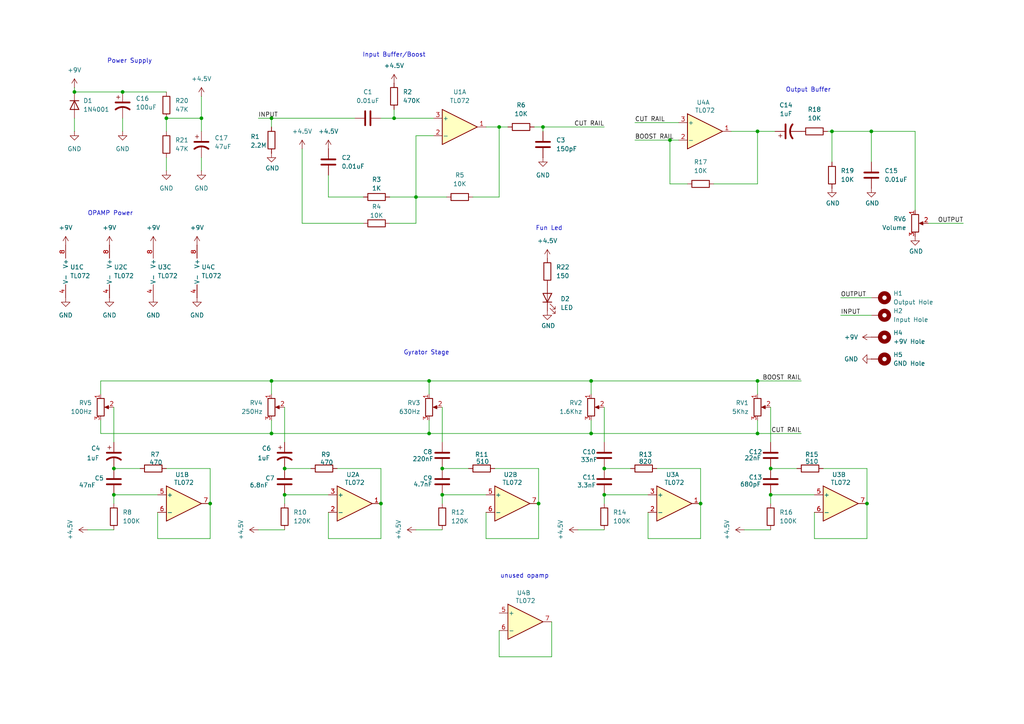
<source format=kicad_sch>
(kicad_sch (version 20231120) (generator "eeschema") (generator_version "8.0")
  (paper "A4")
  (lib_symbols
    (symbol "Amplifier_Operational:TL072" (pin_names (offset 0.127))
      (property "Reference" "U" (at 0 5.08 0))
      (property "Value" "TL072" (at 0 -5.08 0))
      (symbol "TL072_1_1"
        (polyline (pts (xy -5.08 5.08) (xy 5.08 0) (xy -5.08 -5.08) (xy -5.08 5.08)) (stroke (width 0.254)) (fill (type background)))
        (pin output line (at 7.62 0 180) (length 2.54) (name "~") (number "1"))
        (pin input line (at -7.62 -2.54 0) (length 2.54) (name "-") (number "2"))
        (pin input line (at -7.62 2.54 0) (length 2.54) (name "+") (number "3"))
      )
      (symbol "TL072_2_1"
        (polyline (pts (xy -5.08 5.08) (xy 5.08 0) (xy -5.08 -5.08) (xy -5.08 5.08)) (stroke (width 0.254)) (fill (type background)))
        (pin input line (at -7.62 2.54 0) (length 2.54) (name "+") (number "5"))
        (pin input line (at -7.62 -2.54 0) (length 2.54) (name "-") (number "6"))
        (pin output line (at 7.62 0 180) (length 2.54) (name "~") (number "7"))
      )
      (symbol "TL072_3_1"
        (pin power_in line (at -2.54 -7.62 90) (length 3.81) (name "V-") (number "4"))
        (pin power_in line (at -2.54 7.62 270) (length 3.81) (name "V+") (number "8"))
      )
    )
    (symbol "Device:C" (pin_numbers hide) (pin_names (offset 0.254))
      (property "Reference" "C" (at 0.635 2.54 0))
      (property "Value" "C" (at 0.635 -2.54 0))
      (symbol "C_0_1"
        (polyline (pts (xy -2.032 -0.762) (xy 2.032 -0.762)) (stroke (width 0.508)))
        (polyline (pts (xy -2.032 0.762) (xy 2.032 0.762)) (stroke (width 0.508)))
      )
      (symbol "C_1_1"
        (pin passive line (at 0 3.81 270) (length 2.794) (name "~") (number "1"))
        (pin passive line (at 0 -3.81 90) (length 2.794) (name "~") (number "2"))
      )
    )
    (symbol "Device:C_Polarized_US" (pin_numbers hide) (pin_names (offset 0.254) hide)
      (property "Reference" "C" (at 0.635 2.54 0))
      (property "Value" "C_Polarized_US" (at 0.635 -2.54 0))
      (symbol "C_Polarized_US_0_1"
        (polyline (pts (xy -2.032 0.762) (xy 2.032 0.762)) (stroke (width 0.508)))
        (polyline (pts (xy -1.778 2.286) (xy -0.762 2.286)))
        (polyline (pts (xy -1.27 1.778) (xy -1.27 2.794)))
        (arc (start 2.032 -1.27) (mid 0 -0.5572) (end -2.032 -1.27) (stroke (width 0.508)))
      )
      (symbol "C_Polarized_US_1_1"
        (pin passive line (at 0 3.81 270) (length 2.794) (name "~") (number "1"))
        (pin passive line (at 0 -3.81 90) (length 3.302) (name "~") (number "2"))
      )
    )
    (symbol "Device:LED" (pin_numbers hide) (pin_names (offset 1.016) hide)
      (property "Reference" "D" (at 0 2.54 0))
      (property "Value" "LED" (at 0 -2.54 0))
      (symbol "LED_0_1"
        (polyline (pts (xy -1.27 -1.27) (xy -1.27 1.27)) (stroke (width 0.254)))
        (polyline (pts (xy -1.27 0) (xy 1.27 0)))
        (polyline (pts (xy 1.27 -1.27) (xy 1.27 1.27) (xy -1.27 0) (xy 1.27 -1.27)) (stroke (width 0.254)))
        (polyline (pts (xy -3.048 -0.762) (xy -4.572 -2.286) (xy -3.81 -2.286) (xy -4.572 -2.286) (xy -4.572 -1.524)))
        (polyline (pts (xy -1.778 -0.762) (xy -3.302 -2.286) (xy -2.54 -2.286) (xy -3.302 -2.286) (xy -3.302 -1.524)))
      )
      (symbol "LED_1_1"
        (pin passive line (at -3.81 0 0) (length 2.54) (name "K") (number "1"))
        (pin passive line (at 3.81 0 180) (length 2.54) (name "A") (number "2"))
      )
    )
    (symbol "Device:R" (pin_numbers hide) (pin_names (offset 0))
      (property "Reference" "R" (at 2.032 0 90))
      (property "Value" "R" (at 0 0 90))
      (symbol "R_0_1"
        (rectangle (start -1.016 -2.54) (end 1.016 2.54) (stroke (width 0.254)))
      )
      (symbol "R_1_1"
        (pin passive line (at 0 3.81 270) (length 1.27) (name "~") (number "1"))
        (pin passive line (at 0 -3.81 90) (length 1.27) (name "~") (number "2"))
      )
    )
    (symbol "Device:R_Potentiometer" (pin_names (offset 1.016) hide)
      (property "Reference" "RV" (at -4.445 0 90))
      (property "Value" "R_Potentiometer" (at -2.54 0 90))
      (symbol "R_Potentiometer_0_1"
        (polyline (pts (xy 2.54 0) (xy 1.524 0)))
        (polyline (pts (xy 1.143 0) (xy 2.286 0.508) (xy 2.286 -0.508) (xy 1.143 0)) (fill (type outline)))
        (rectangle (start 1.016 2.54) (end -1.016 -2.54) (stroke (width 0.254)))
      )
      (symbol "R_Potentiometer_1_1"
        (pin passive line (at 0 3.81 270) (length 1.27) (name "1") (number "1"))
        (pin passive line (at 3.81 0 180) (length 1.27) (name "2") (number "2"))
        (pin passive line (at 0 -3.81 90) (length 1.27) (name "3") (number "3"))
      )
    )
    (symbol "Diode:1N4001" (pin_numbers hide) (pin_names hide)
      (property "Reference" "D" (at 0 2.54 0))
      (property "Value" "1N4001" (at 0 -2.54 0))
      (symbol "1N4001_0_1"
        (polyline (pts (xy -1.27 1.27) (xy -1.27 -1.27)) (stroke (width 0.254)))
        (polyline (pts (xy 1.27 0) (xy -1.27 0)))
        (polyline (pts (xy 1.27 1.27) (xy 1.27 -1.27) (xy -1.27 0) (xy 1.27 1.27)) (stroke (width 0.254)))
      )
      (symbol "1N4001_1_1"
        (pin passive line (at -3.81 0 0) (length 2.54) (name "K") (number "1"))
        (pin passive line (at 3.81 0 180) (length 2.54) (name "A") (number "2"))
      )
    )
    (symbol "Mechanical:MountingHole_Pad" (pin_numbers hide) (pin_names (offset 1.016) hide) (exclude_from_sim yes) (in_bom no)
      (property "Reference" "H" (at 0 6.35 0))
      (property "Value" "MountingHole_Pad" (at 0 4.445 0))
      (symbol "MountingHole_Pad_0_1"
        (circle (center 0 1.27) (radius 1.27) (stroke (width 1.27)))
      )
      (symbol "MountingHole_Pad_1_1"
        (pin input line (at 0 -2.54 90) (length 2.54) (name "1") (number "1"))
      )
    )
    (symbol "power:GND" (power) (pin_numbers hide) (pin_names (offset 0) hide)
      (property "Value" "GND" (at 0 -3.81 0))
      (symbol "GND_0_1"
        (polyline (pts (xy 0 0) (xy 0 -1.27) (xy 1.27 -1.27) (xy 0 -2.54) (xy -1.27 -1.27) (xy 0 -1.27)))
      )
      (symbol "GND_1_1"
        (pin power_in line (at 0 0 270) (length 0) (name "~") (number "1"))
      )
    )
    (symbol "power:VCC" (power) (pin_numbers hide) (pin_names (offset 0) hide)
      (property "Value" "VCC" (at 0 3.556 0))
      (symbol "VCC_0_1"
        (polyline (pts (xy -0.762 1.27) (xy 0 2.54)))
        (polyline (pts (xy 0 0) (xy 0 2.54)))
        (polyline (pts (xy 0 2.54) (xy 0.762 1.27)))
      )
      (symbol "VCC_1_1"
        (pin power_in line (at 0 0 90) (length 0) (name "~") (number "1"))
      )
    )
  )
  (junction (at 252.73 38.1))
  (junction (at 48.26 34.29))
  (junction (at 171.45 110.49))
  (junction (at 171.45 125.73))
  (junction (at 219.71 110.49))
  (junction (at 156.21 146.05))
  (junction (at 124.46 125.73))
  (junction (at 194.31 40.64))
  (junction (at 241.3 38.1))
  (junction (at 58.42 34.29))
  (junction (at 175.26 143.51))
  (junction (at 78.74 125.73))
  (junction (at 110.49 146.05))
  (junction (at 157.48 36.83))
  (junction (at 124.46 110.49))
  (junction (at 33.02 135.89))
  (junction (at 78.74 34.29))
  (junction (at 223.52 143.51))
  (junction (at 219.71 125.73))
  (junction (at 35.56 26.67))
  (junction (at 175.26 135.89))
  (junction (at 251.46 146.05))
  (junction (at 144.78 36.83))
  (junction (at 82.55 135.89))
  (junction (at 203.2 146.05))
  (junction (at 33.02 143.51))
  (junction (at 60.96 146.05))
  (junction (at 223.52 135.89))
  (junction (at 128.27 143.51))
  (junction (at 21.59 26.67))
  (junction (at 219.71 38.1))
  (junction (at 82.55 143.51))
  (junction (at 114.3 34.29))
  (junction (at 128.27 135.89))
  (junction (at 78.74 110.49))
  (junction (at 120.65 57.15))
  (wire (pts (xy 167.64 153.67) (xy 175.26 153.67)))
  (wire (pts (xy 58.42 34.29) (xy 58.42 38.1)))
  (wire (pts (xy 48.26 34.29) (xy 48.26 38.1)))
  (wire (pts (xy 175.26 143.51) (xy 187.96 143.51)))
  (wire (pts (xy 219.71 121.92) (xy 219.71 125.73)))
  (wire (pts (xy 219.71 110.49) (xy 171.45 110.49)))
  (wire (pts (xy 144.78 36.83) (xy 144.78 57.15)))
  (wire (pts (xy 160.02 180.34) (xy 160.02 190.5)))
  (wire (pts (xy 82.55 118.11) (xy 82.55 128.27)))
  (wire (pts (xy 110.49 34.29) (xy 114.3 34.29)))
  (wire (pts (xy 236.22 156.21) (xy 251.46 156.21)))
  (wire (pts (xy 124.46 110.49) (xy 124.46 114.3)))
  (wire (pts (xy 74.93 153.67) (xy 82.55 153.67)))
  (wire (pts (xy 243.84 91.44) (xy 252.73 91.44)))
  (wire (pts (xy 241.3 38.1) (xy 252.73 38.1)))
  (wire (pts (xy 78.74 121.92) (xy 78.74 125.73)))
  (wire (pts (xy 33.02 135.89) (xy 40.64 135.89)))
  (wire (pts (xy 97.79 135.89) (xy 110.49 135.89)))
  (wire (pts (xy 219.71 38.1) (xy 219.71 53.34)))
  (wire (pts (xy 223.52 143.51) (xy 236.22 143.51)))
  (wire (pts (xy 232.41 110.49) (xy 219.71 110.49)))
  (wire (pts (xy 58.42 27.94) (xy 58.42 34.29)))
  (wire (pts (xy 95.25 148.59) (xy 95.25 156.21)))
  (wire (pts (xy 29.21 121.92) (xy 29.21 125.73)))
  (wire (pts (xy 21.59 25.4) (xy 21.59 26.67)))
  (wire (pts (xy 144.78 190.5) (xy 160.02 190.5)))
  (wire (pts (xy 175.26 118.11) (xy 175.26 128.27)))
  (wire (pts (xy 113.03 57.15) (xy 120.65 57.15)))
  (wire (pts (xy 45.72 156.21) (xy 60.96 156.21)))
  (wire (pts (xy 48.26 45.72) (xy 48.26 49.53)))
  (wire (pts (xy 33.02 118.11) (xy 33.02 128.27)))
  (wire (pts (xy 120.65 57.15) (xy 129.54 57.15)))
  (wire (pts (xy 82.55 143.51) (xy 95.25 143.51)))
  (wire (pts (xy 78.74 110.49) (xy 29.21 110.49)))
  (wire (pts (xy 110.49 146.05) (xy 110.49 156.21)))
  (wire (pts (xy 125.73 34.29) (xy 114.3 34.29)))
  (wire (pts (xy 78.74 125.73) (xy 124.46 125.73)))
  (wire (pts (xy 171.45 110.49) (xy 124.46 110.49)))
  (wire (pts (xy 124.46 121.92) (xy 124.46 125.73)))
  (wire (pts (xy 207.01 53.34) (xy 219.71 53.34)))
  (wire (pts (xy 156.21 146.05) (xy 156.21 156.21)))
  (wire (pts (xy 95.25 57.15) (xy 105.41 57.15)))
  (wire (pts (xy 187.96 156.21) (xy 203.2 156.21)))
  (wire (pts (xy 187.96 148.59) (xy 187.96 156.21)))
  (wire (pts (xy 171.45 125.73) (xy 219.71 125.73)))
  (wire (pts (xy 269.24 64.77) (xy 279.4 64.77)))
  (wire (pts (xy 82.55 135.89) (xy 90.17 135.89)))
  (wire (pts (xy 171.45 121.92) (xy 171.45 125.73)))
  (wire (pts (xy 87.63 43.18) (xy 87.63 64.77)))
  (wire (pts (xy 140.97 148.59) (xy 140.97 156.21)))
  (wire (pts (xy 223.52 118.11) (xy 223.52 128.27)))
  (wire (pts (xy 223.52 135.89) (xy 231.14 135.89)))
  (wire (pts (xy 140.97 156.21) (xy 156.21 156.21)))
  (wire (pts (xy 78.74 34.29) (xy 78.74 36.83)))
  (wire (pts (xy 203.2 146.05) (xy 203.2 156.21)))
  (wire (pts (xy 82.55 146.05) (xy 82.55 143.51)))
  (wire (pts (xy 194.31 40.64) (xy 196.85 40.64)))
  (wire (pts (xy 212.09 38.1) (xy 219.71 38.1)))
  (wire (pts (xy 120.65 39.37) (xy 120.65 57.15)))
  (wire (pts (xy 128.27 135.89) (xy 135.89 135.89)))
  (wire (pts (xy 78.74 110.49) (xy 78.74 114.3)))
  (wire (pts (xy 203.2 135.89) (xy 203.2 146.05)))
  (wire (pts (xy 33.02 146.05) (xy 33.02 143.51)))
  (wire (pts (xy 35.56 34.29) (xy 35.56 38.1)))
  (wire (pts (xy 60.96 146.05) (xy 60.96 156.21)))
  (wire (pts (xy 199.39 53.34) (xy 194.31 53.34)))
  (wire (pts (xy 21.59 26.67) (xy 35.56 26.67)))
  (wire (pts (xy 241.3 38.1) (xy 241.3 46.99)))
  (wire (pts (xy 184.15 35.56) (xy 196.85 35.56)))
  (wire (pts (xy 114.3 31.75) (xy 114.3 34.29)))
  (wire (pts (xy 95.25 156.21) (xy 110.49 156.21)))
  (wire (pts (xy 252.73 38.1) (xy 252.73 46.99)))
  (wire (pts (xy 29.21 125.73) (xy 78.74 125.73)))
  (wire (pts (xy 33.02 143.51) (xy 45.72 143.51)))
  (wire (pts (xy 154.94 36.83) (xy 157.48 36.83)))
  (wire (pts (xy 128.27 143.51) (xy 140.97 143.51)))
  (wire (pts (xy 232.41 125.73) (xy 219.71 125.73)))
  (wire (pts (xy 128.27 146.05) (xy 128.27 143.51)))
  (wire (pts (xy 157.48 36.83) (xy 175.26 36.83)))
  (wire (pts (xy 124.46 110.49) (xy 78.74 110.49)))
  (wire (pts (xy 29.21 110.49) (xy 29.21 114.3)))
  (wire (pts (xy 58.42 45.72) (xy 58.42 49.53)))
  (wire (pts (xy 223.52 146.05) (xy 223.52 143.51)))
  (wire (pts (xy 60.96 135.89) (xy 60.96 146.05)))
  (wire (pts (xy 124.46 125.73) (xy 171.45 125.73)))
  (wire (pts (xy 219.71 38.1) (xy 224.79 38.1)))
  (wire (pts (xy 236.22 148.59) (xy 236.22 156.21)))
  (wire (pts (xy 95.25 50.8) (xy 95.25 57.15)))
  (wire (pts (xy 125.73 39.37) (xy 120.65 39.37)))
  (wire (pts (xy 144.78 36.83) (xy 147.32 36.83)))
  (wire (pts (xy 74.93 34.29) (xy 78.74 34.29)))
  (wire (pts (xy 251.46 135.89) (xy 251.46 146.05)))
  (wire (pts (xy 219.71 110.49) (xy 219.71 114.3)))
  (wire (pts (xy 25.4 153.67) (xy 33.02 153.67)))
  (wire (pts (xy 87.63 64.77) (xy 105.41 64.77)))
  (wire (pts (xy 194.31 40.64) (xy 194.31 53.34)))
  (wire (pts (xy 140.97 36.83) (xy 144.78 36.83)))
  (wire (pts (xy 171.45 110.49) (xy 171.45 114.3)))
  (wire (pts (xy 137.16 57.15) (xy 144.78 57.15)))
  (wire (pts (xy 175.26 135.89) (xy 182.88 135.89)))
  (wire (pts (xy 184.15 40.64) (xy 194.31 40.64)))
  (wire (pts (xy 120.65 57.15) (xy 120.65 64.77)))
  (wire (pts (xy 252.73 38.1) (xy 265.43 38.1)))
  (wire (pts (xy 143.51 135.89) (xy 156.21 135.89)))
  (wire (pts (xy 78.74 34.29) (xy 102.87 34.29)))
  (wire (pts (xy 157.48 36.83) (xy 157.48 38.1)))
  (wire (pts (xy 265.43 38.1) (xy 265.43 60.96)))
  (wire (pts (xy 120.65 153.67) (xy 128.27 153.67)))
  (wire (pts (xy 45.72 148.59) (xy 45.72 156.21)))
  (wire (pts (xy 252.73 86.36) (xy 243.84 86.36)))
  (wire (pts (xy 48.26 135.89) (xy 60.96 135.89)))
  (wire (pts (xy 35.56 26.67) (xy 48.26 26.67)))
  (wire (pts (xy 215.9 153.67) (xy 223.52 153.67)))
  (wire (pts (xy 190.5 135.89) (xy 203.2 135.89)))
  (wire (pts (xy 251.46 146.05) (xy 251.46 156.21)))
  (wire (pts (xy 113.03 64.77) (xy 120.65 64.77)))
  (wire (pts (xy 110.49 135.89) (xy 110.49 146.05)))
  (wire (pts (xy 21.59 34.29) (xy 21.59 38.1)))
  (wire (pts (xy 128.27 118.11) (xy 128.27 128.27)))
  (wire (pts (xy 156.21 135.89) (xy 156.21 146.05)))
  (wire (pts (xy 175.26 146.05) (xy 175.26 143.51)))
  (wire (pts (xy 240.03 38.1) (xy 241.3 38.1)))
  (wire (pts (xy 144.78 182.88) (xy 144.78 190.5)))
  (wire (pts (xy 48.26 34.29) (xy 58.42 34.29)))
  (wire (pts (xy 238.76 135.89) (xy 251.46 135.89)))
  (text "Input Buffer/Boost\n" (at 114.3 16.002 0) (effects (font (size 1.27 1.27))))
  (text "Gyrator Stage" (at 123.698 102.362 0) (effects (font (size 1.27 1.27))))
  (text "Power Supply\n" (at 37.592 17.78 0) (effects (font (size 1.27 1.27))))
  (text "Output Buffer" (at 234.442 26.162 0) (effects (font (size 1.27 1.27))))
  (text "OPAMP Power" (at 32.004 61.976 0) (effects (font (size 1.27 1.27))))
  (text "unused opamp\n" (at 152.146 167.132 0) (effects (font (size 1.27 1.27))))
  (text "Fun Led\n" (at 159.258 66.294 0) (effects (font (size 1.27 1.27))))
  (label "INPUT" (at 243.84 91.44 0))
  (label "CUT RAIL" (at 232.41 125.73 180))
  (label "BOOST RAIL" (at 184.15 40.64 0))
  (label "OUTPUT" (at 243.84 86.36 0))
  (label "INPUT" (at 74.93 34.29 0))
  (label "BOOST RAIL" (at 232.41 110.49 180))
  (label "CUT RAIL" (at 184.15 35.56 0))
  (label "CUT RAIL" (at 175.26 36.83 180))
  (label "OUTPUT" (at 279.4 64.77 180))
  (symbol (lib_id "Amplifier_Operational:TL072") (at 102.87 146.05 0) (unit 1)
    (property "Reference" "U2" (at 102.362 137.668 0))
    (property "Value" "TL072" (at 102.87 139.954 0))
    (property "Footprint" "TL072ACP:DIP794W45P254L959H508Q8" (effects (hide yes)))
    (property "Datasheet" "http://www.ti.com/lit/ds/symlink/tl071.pdf" (effects (hide yes)))
    (property "Description" "Dual Low-Noise JFET-Input Operational Amplifiers, DIP-8/SOIC-8" (effects (hide yes)))
    (property "Sim.Library" "C:\\Users\\noahs\\OneDrive\\Desktop\\footprints\\sloj067\\TL072.301" (effects (hide yes)))
    (property "Sim.Name" "TL072" (effects (hide yes)))
    (property "Sim.Device" "SUBCKT" (effects (hide yes)))
    (property "Sim.Pins" "1=1 2=2 3=3 4=4 5=5" (effects (hide yes)))
  )
  (symbol (lib_id "Device:C") (at 252.73 50.8 0) (unit 1)
    (property "Reference" "C15" (at 256.54 49.5299 0) (effects (justify left)))
    (property "Value" "0.01uF" (at 256.54 52.0699 0) (effects (justify left)))
    (property "Footprint" "Capacitor_THT:C_Rect_L13.0mm_W5.0mm_P10.00mm_FKS3_FKP3_MKS4" (effects (hide yes)))
    (property "Description" "Unpolarized capacitor" (effects (hide yes)))
  )
  (symbol (lib_id "Device:R") (at 175.26 149.86 0) (unit 1)
    (property "Reference" "R14" (at 177.8 148.5899 0) (effects (justify left)))
    (property "Value" "100K" (at 177.8 151.1299 0) (effects (justify left)))
    (property "Footprint" "Resistor_THT:R_Axial_DIN0207_L6.3mm_D2.5mm_P7.62mm_Horizontal" (effects (hide yes)))
    (property "Description" "Resistor" (effects (hide yes)))
  )
  (symbol (lib_id "Device:C") (at 175.26 132.08 0) (unit 1)
    (property "Reference" "C10" (at 168.91 131.064 0) (effects (justify left)))
    (property "Value" "33nF" (at 168.402 133.35 0) (effects (justify left)))
    (property "Footprint" "Capacitor_THT:C_Rect_L18.0mm_W9.0mm_P15.00mm_FKS3_FKP3" (effects (hide yes)))
    (property "Description" "Unpolarized capacitor" (effects (hide yes)))
  )
  (symbol (lib_id "Device:C_Polarized_US") (at 58.42 41.91 0) (unit 1)
    (property "Reference" "C17" (at 62.23 40.0049 0) (effects (justify left)))
    (property "Value" "47uF" (at 62.23 42.5449 0) (effects (justify left)))
    (property "Footprint" "Capacitor_THT:CP_Radial_D5.0mm_P2.00mm" (effects (hide yes)))
    (property "Description" "Polarized capacitor, US symbol" (effects (hide yes)))
  )
  (symbol (lib_id "power:VCC") (at 19.05 71.12 0) (unit 1)
    (property "Reference" "#PWR010" (effects (hide yes)))
    (property "Value" "+9V" (at 19.05 66.04 0))
    (property "Description" "Power symbol creates a global label with name \"VCC\"" (effects (hide yes)))
  )
  (symbol (lib_id "Device:R_Potentiometer") (at 219.71 118.11 0) (unit 1)
    (property "Reference" "RV1" (at 217.17 116.8399 0) (effects (justify right)))
    (property "Value" "5Khz" (at 217.17 119.3799 0) (effects (justify right)))
    (property "Footprint" "Potentiometer_THT:Potentiometer_Omeg_PC16BU_Vertical" (effects (hide yes)))
    (property "Description" "Potentiometer" (effects (hide yes)))
  )
  (symbol (lib_id "Mechanical:MountingHole_Pad") (at 255.27 91.44 270) (unit 1) (exclude_from_sim yes) (in_bom no)
    (property "Reference" "H2" (at 259.08 90.1699 90) (effects (justify left)))
    (property "Value" "Input Hole" (at 259.08 92.7099 90) (effects (justify left)))
    (property "Footprint" "MountingHole:MountingHole_5.5mm_Pad" (effects (hide yes)))
    (property "Description" "Mounting Hole with connection" (effects (hide yes)))
  )
  (symbol (lib_id "Device:R") (at 114.3 27.94 180) (unit 1)
    (property "Reference" "R2" (at 116.84 26.6699 0) (effects (justify right)))
    (property "Value" "470K" (at 116.84 29.2099 0) (effects (justify right)))
    (property "Footprint" "Resistor_THT:R_Axial_DIN0207_L6.3mm_D2.5mm_P7.62mm_Horizontal" (effects (hide yes)))
    (property "Description" "Resistor" (effects (hide yes)))
  )
  (symbol (lib_id "Device:C_Polarized_US") (at 82.55 132.08 0) (unit 1)
    (property "Reference" "C6" (at 75.946 130.048 0) (effects (justify left)))
    (property "Value" "1uF" (at 74.676 132.842 0) (effects (justify left)))
    (property "Footprint" "Capacitor_THT:C_Radial_D4.0mm_H7.0mm_P1.50mm" (effects (hide yes)))
    (property "Description" "Polarized capacitor, US symbol" (effects (hide yes)))
  )
  (symbol (lib_id "Device:R") (at 48.26 30.48 0) (unit 1)
    (property "Reference" "R20" (at 50.8 29.2099 0) (effects (justify left)))
    (property "Value" "47K" (at 50.8 31.7499 0) (effects (justify left)))
    (property "Footprint" "Resistor_THT:R_Axial_DIN0207_L6.3mm_D2.5mm_P7.62mm_Horizontal" (effects (hide yes)))
    (property "Description" "Resistor" (effects (hide yes)))
  )
  (symbol (lib_id "Device:C") (at 95.25 46.99 0) (unit 1)
    (property "Reference" "C2" (at 99.06 45.7199 0) (effects (justify left)))
    (property "Value" "0.01uF" (at 99.06 48.2599 0) (effects (justify left)))
    (property "Footprint" "Capacitor_THT:C_Rect_L7.2mm_W3.5mm_P5.00mm_FKS2_FKP2_MKS2_MKP2" (effects (hide yes)))
    (property "Description" "Unpolarized capacitor" (effects (hide yes)))
  )
  (symbol (lib_id "Device:R_Potentiometer") (at 29.21 118.11 0) (unit 1)
    (property "Reference" "RV5" (at 26.67 116.8399 0) (effects (justify right)))
    (property "Value" "100Hz" (at 26.67 119.3799 0) (effects (justify right)))
    (property "Footprint" "Potentiometer_THT:Potentiometer_Omeg_PC16BU_Vertical" (effects (hide yes)))
    (property "Description" "Potentiometer" (effects (hide yes)))
  )
  (symbol (lib_id "Amplifier_Operational:TL072") (at 46.99 78.74 0) (unit 3)
    (property "Reference" "U3" (at 45.72 77.4699 0) (effects (justify left)))
    (property "Value" "TL072" (at 45.72 80.0099 0) (effects (justify left)))
    (property "Footprint" "TL072ACP:DIP794W45P254L959H508Q8" (effects (hide yes)))
    (property "Datasheet" "http://www.ti.com/lit/ds/symlink/tl071.pdf" (effects (hide yes)))
    (property "Description" "Dual Low-Noise JFET-Input Operational Amplifiers, DIP-8/SOIC-8" (effects (hide yes)))
    (property "Sim.Library" "C:\\Users\\noahs\\OneDrive\\Desktop\\footprints\\sloj067\\TL072.301" (effects (hide yes)))
    (property "Sim.Name" "TL072" (effects (hide yes)))
    (property "Sim.Device" "SUBCKT" (effects (hide yes)))
    (property "Sim.Pins" "1=1 2=2 3=3 4=4 5=5" (effects (hide yes)))
  )
  (symbol (lib_id "Device:C") (at 223.52 139.7 0) (unit 1)
    (property "Reference" "C13" (at 217.17 138.43 0) (effects (justify left)))
    (property "Value" "680pF" (at 214.63 140.462 0) (effects (justify left)))
    (property "Footprint" "Capacitor_THT:C_Disc_D16.0mm_W5.0mm_P10.00mm" (effects (hide yes)))
    (property "Description" "Unpolarized capacitor" (effects (hide yes)))
  )
  (symbol (lib_id "Device:R") (at 151.13 36.83 90) (unit 1)
    (property "Reference" "R6" (at 151.13 30.48 90))
    (property "Value" "10K" (at 151.13 33.02 90))
    (property "Footprint" "Resistor_THT:R_Axial_DIN0207_L6.3mm_D2.5mm_P7.62mm_Horizontal" (effects (hide yes)))
    (property "Description" "Resistor" (effects (hide yes)))
  )
  (symbol (lib_id "Device:R") (at 44.45 135.89 90) (unit 1)
    (property "Reference" "R7" (at 44.958 131.826 90))
    (property "Value" "470" (at 45.212 134.112 90))
    (property "Footprint" "Resistor_THT:R_Axial_DIN0207_L6.3mm_D2.5mm_P7.62mm_Horizontal" (effects (hide yes)))
    (property "Description" "Resistor" (effects (hide yes)))
  )
  (symbol (lib_id "power:GND") (at 31.75 86.36 0) (unit 1)
    (property "Reference" "#PWR017" (effects (hide yes)))
    (property "Value" "GND" (at 31.75 91.44 0))
    (property "Description" "Power symbol creates a global label with name \"GND\" , ground" (effects (hide yes)))
  )
  (symbol (lib_id "power:VCC") (at 215.9 153.67 90) (unit 1)
    (property "Reference" "#PWR024" (effects (hide yes)))
    (property "Value" "+4.5V" (at 210.82 153.67 0))
    (property "Description" "Power symbol creates a global label with name \"VCC\"" (effects (hide yes)))
  )
  (symbol (lib_id "power:VCC") (at 120.65 153.67 90) (unit 1)
    (property "Reference" "#PWR022" (effects (hide yes)))
    (property "Value" "+4.5V" (at 115.57 153.67 0))
    (property "Description" "Power symbol creates a global label with name \"VCC\"" (effects (hide yes)))
  )
  (symbol (lib_id "power:VCC") (at 44.45 71.12 0) (unit 1)
    (property "Reference" "#PWR018" (effects (hide yes)))
    (property "Value" "+9V" (at 44.45 66.04 0))
    (property "Description" "Power symbol creates a global label with name \"VCC\"" (effects (hide yes)))
  )
  (symbol (lib_id "Device:R") (at 241.3 50.8 180) (unit 1)
    (property "Reference" "R19" (at 243.84 49.5299 0) (effects (justify right)))
    (property "Value" "10K" (at 243.84 52.0699 0) (effects (justify right)))
    (property "Footprint" "Resistor_THT:R_Axial_DIN0207_L6.3mm_D2.5mm_P7.62mm_Horizontal" (effects (hide yes)))
    (property "Description" "Resistor" (effects (hide yes)))
  )
  (symbol (lib_id "Amplifier_Operational:TL072") (at 204.47 38.1 0) (unit 1)
    (property "Reference" "U4" (at 203.962 29.718 0))
    (property "Value" "TL072" (at 204.47 32.004 0))
    (property "Footprint" "TL072ACP:DIP794W45P254L959H508Q8" (effects (hide yes)))
    (property "Datasheet" "http://www.ti.com/lit/ds/symlink/tl071.pdf" (effects (hide yes)))
    (property "Description" "Dual Low-Noise JFET-Input Operational Amplifiers, DIP-8/SOIC-8" (effects (hide yes)))
    (property "Sim.Library" "C:\\Users\\noahs\\OneDrive\\Desktop\\footprints\\sloj067\\TL072.301" (effects (hide yes)))
    (property "Sim.Name" "TL072" (effects (hide yes)))
    (property "Sim.Device" "SUBCKT" (effects (hide yes)))
    (property "Sim.Pins" "1=1 2=2 3=3 4=4 5=5" (effects (hide yes)))
  )
  (symbol (lib_id "power:VCC") (at 21.59 25.4 0) (unit 1)
    (property "Reference" "#PWR01" (effects (hide yes)))
    (property "Value" "+9V" (at 21.59 20.32 0))
    (property "Description" "Power symbol creates a global label with name \"VCC\"" (effects (hide yes)))
  )
  (symbol (lib_id "Device:R") (at 48.26 41.91 0) (unit 1)
    (property "Reference" "R21" (at 50.8 40.6399 0) (effects (justify left)))
    (property "Value" "47K" (at 50.8 43.1799 0) (effects (justify left)))
    (property "Footprint" "Resistor_THT:R_Axial_DIN0207_L6.3mm_D2.5mm_P7.62mm_Horizontal" (effects (hide yes)))
    (property "Description" "Resistor" (effects (hide yes)))
  )
  (symbol (lib_id "power:VCC") (at 167.64 153.67 90) (unit 1)
    (property "Reference" "#PWR023" (effects (hide yes)))
    (property "Value" "+4.5V" (at 162.56 153.67 0))
    (property "Description" "Power symbol creates a global label with name \"VCC\"" (effects (hide yes)))
  )
  (symbol (lib_id "Device:R") (at 78.74 40.64 180) (unit 1)
    (property "Reference" "R1" (at 72.644 39.624 0) (effects (justify right)))
    (property "Value" "2.2M" (at 72.644 42.164 0) (effects (justify right)))
    (property "Footprint" "Resistor_THT:R_Axial_DIN0207_L6.3mm_D2.5mm_P7.62mm_Horizontal" (effects (hide yes)))
    (property "Description" "Resistor" (effects (hide yes)))
  )
  (symbol (lib_id "Device:C") (at 128.27 132.08 0) (unit 1)
    (property "Reference" "C8" (at 122.682 131.064 0) (effects (justify left)))
    (property "Value" "220nF" (at 119.634 133.096 0) (effects (justify left)))
    (property "Footprint" "Capacitor_THT:C_Rect_L9.0mm_W3.2mm_P7.50mm_MKT" (effects (hide yes)))
    (property "Description" "Unpolarized capacitor" (effects (hide yes)))
  )
  (symbol (lib_id "Device:R") (at 223.52 149.86 0) (unit 1)
    (property "Reference" "R16" (at 226.06 148.5899 0) (effects (justify left)))
    (property "Value" "100K" (at 226.06 151.1299 0) (effects (justify left)))
    (property "Footprint" "Resistor_THT:R_Axial_DIN0207_L6.3mm_D2.5mm_P7.62mm_Horizontal" (effects (hide yes)))
    (property "Description" "Resistor" (effects (hide yes)))
  )
  (symbol (lib_id "power:GND") (at 19.05 86.36 0) (unit 1)
    (property "Reference" "#PWR011" (effects (hide yes)))
    (property "Value" "GND" (at 19.05 91.44 0))
    (property "Description" "Power symbol creates a global label with name \"GND\" , ground" (effects (hide yes)))
  )
  (symbol (lib_id "Device:R") (at 109.22 57.15 90) (unit 1)
    (property "Reference" "R3" (at 109.22 52.07 90))
    (property "Value" "1K" (at 109.22 54.61 90))
    (property "Footprint" "Resistor_THT:R_Axial_DIN0309_L9.0mm_D3.2mm_P12.70mm_Horizontal" (effects (hide yes)))
    (property "Description" "Resistor" (effects (hide yes)))
  )
  (symbol (lib_id "Device:LED") (at 158.75 86.36 90) (unit 1)
    (property "Reference" "D2" (at 162.56 86.6774 90) (effects (justify right)))
    (property "Value" "LED" (at 162.56 89.2174 90) (effects (justify right)))
    (property "Footprint" "LED_THT:LED_D4.0mm" (effects (hide yes)))
    (property "Description" "Light emitting diode" (effects (hide yes)))
  )
  (symbol (lib_id "Amplifier_Operational:TL072") (at 195.58 146.05 0) (unit 1)
    (property "Reference" "U3" (at 195.072 137.668 0))
    (property "Value" "TL072" (at 195.58 139.954 0))
    (property "Footprint" "TL072ACP:DIP794W45P254L959H508Q8" (effects (hide yes)))
    (property "Datasheet" "http://www.ti.com/lit/ds/symlink/tl071.pdf" (effects (hide yes)))
    (property "Description" "Dual Low-Noise JFET-Input Operational Amplifiers, DIP-8/SOIC-8" (effects (hide yes)))
    (property "Sim.Library" "C:\\Users\\noahs\\OneDrive\\Desktop\\footprints\\sloj067\\TL072.301" (effects (hide yes)))
    (property "Sim.Name" "TL072" (effects (hide yes)))
    (property "Sim.Device" "SUBCKT" (effects (hide yes)))
    (property "Sim.Pins" "1=1 2=2 3=3 4=4 5=5" (effects (hide yes)))
  )
  (symbol (lib_id "Mechanical:MountingHole_Pad") (at 255.27 86.36 270) (unit 1) (exclude_from_sim yes) (in_bom no)
    (property "Reference" "H1" (at 259.08 85.0899 90) (effects (justify left)))
    (property "Value" "Output Hole" (at 259.08 87.6299 90) (effects (justify left)))
    (property "Footprint" "MountingHole:MountingHole_5.5mm_Pad" (effects (hide yes)))
    (property "Description" "Mounting Hole with connection" (effects (hide yes)))
  )
  (symbol (lib_id "Device:R") (at 158.75 78.74 180) (unit 1)
    (property "Reference" "R22" (at 161.29 77.4699 0) (effects (justify right)))
    (property "Value" "150" (at 161.29 80.0099 0) (effects (justify right)))
    (property "Footprint" "Resistor_THT:R_Axial_DIN0207_L6.3mm_D2.5mm_P7.62mm_Horizontal" (effects (hide yes)))
    (property "Description" "Resistor" (effects (hide yes)))
  )
  (symbol (lib_id "Device:R") (at 33.02 149.86 0) (unit 1)
    (property "Reference" "R8" (at 35.56 148.5899 0) (effects (justify left)))
    (property "Value" "100K" (at 35.56 151.1299 0) (effects (justify left)))
    (property "Footprint" "Resistor_THT:R_Axial_DIN0207_L6.3mm_D2.5mm_P7.62mm_Horizontal" (effects (hide yes)))
    (property "Description" "Resistor" (effects (hide yes)))
  )
  (symbol (lib_id "Device:R") (at 109.22 64.77 90) (unit 1)
    (property "Reference" "R4" (at 109.22 59.944 90))
    (property "Value" "10K" (at 109.22 62.484 90))
    (property "Footprint" "Resistor_THT:R_Axial_DIN0207_L6.3mm_D2.5mm_P7.62mm_Horizontal" (effects (hide yes)))
    (property "Description" "Resistor" (effects (hide yes)))
  )
  (symbol (lib_id "power:VCC") (at 95.25 43.18 0) (unit 1)
    (property "Reference" "#PWR08" (effects (hide yes)))
    (property "Value" "+4.5V" (at 95.25 38.1 0))
    (property "Description" "Power symbol creates a global label with name \"VCC\"" (effects (hide yes)))
  )
  (symbol (lib_id "power:GND") (at 35.56 38.1 0) (unit 1)
    (property "Reference" "#PWR03" (effects (hide yes)))
    (property "Value" "GND" (at 35.56 43.18 0))
    (property "Description" "Power symbol creates a global label with name \"GND\" , ground" (effects (hide yes)))
  )
  (symbol (lib_id "Device:R_Potentiometer") (at 78.74 118.11 0) (unit 1)
    (property "Reference" "RV4" (at 76.2 116.8399 0) (effects (justify right)))
    (property "Value" "250Hz" (at 76.2 119.3799 0) (effects (justify right)))
    (property "Footprint" "Potentiometer_THT:Potentiometer_Omeg_PC16BU_Vertical" (effects (hide yes)))
    (property "Description" "Potentiometer" (effects (hide yes)))
  )
  (symbol (lib_id "Device:R") (at 93.98 135.89 90) (unit 1)
    (property "Reference" "R9" (at 94.488 131.826 90))
    (property "Value" "470" (at 94.742 134.112 90))
    (property "Footprint" "Resistor_THT:R_Axial_DIN0207_L6.3mm_D2.5mm_P7.62mm_Horizontal" (effects (hide yes)))
    (property "Description" "Resistor" (effects (hide yes)))
  )
  (symbol (lib_id "power:GND") (at 21.59 38.1 0) (unit 1)
    (property "Reference" "#PWR02" (effects (hide yes)))
    (property "Value" "GND" (at 21.59 43.18 0))
    (property "Description" "Power symbol creates a global label with name \"GND\" , ground" (effects (hide yes)))
  )
  (symbol (lib_id "Device:C") (at 157.48 41.91 0) (unit 1)
    (property "Reference" "C3" (at 161.29 40.6399 0) (effects (justify left)))
    (property "Value" "150pF" (at 161.29 43.1799 0) (effects (justify left)))
    (property "Footprint" "Capacitor_THT:C_Rect_L7.2mm_W5.5mm_P5.00mm_FKS2_FKP2_MKS2_MKP2" (effects (hide yes)))
    (property "Description" "Unpolarized capacitor" (effects (hide yes)))
  )
  (symbol (lib_id "Device:C") (at 223.52 132.08 0) (unit 1)
    (property "Reference" "C12" (at 217.17 131.064 0) (effects (justify left)))
    (property "Value" "22nF" (at 215.9 132.842 0) (effects (justify left)))
    (property "Footprint" "Capacitor_THT:C_Rect_L13.0mm_W5.0mm_P10.00mm_FKS3_FKP3_MKS4" (effects (hide yes)))
    (property "Description" "Unpolarized capacitor" (effects (hide yes)))
  )
  (symbol (lib_id "power:GND") (at 158.75 90.17 0) (unit 1)
    (property "Reference" "#PWR032" (effects (hide yes)))
    (property "Value" "GND" (at 159.004 94.488 0))
    (property "Description" "Power symbol creates a global label with name \"GND\" , ground" (effects (hide yes)))
  )
  (symbol (lib_id "Amplifier_Operational:TL072") (at 53.34 146.05 0) (unit 2)
    (property "Reference" "U1" (at 52.832 137.668 0))
    (property "Value" "TL072" (at 53.34 139.954 0))
    (property "Footprint" "TL072ACP:DIP794W45P254L959H508Q8" (effects (hide yes)))
    (property "Datasheet" "http://www.ti.com/lit/ds/symlink/tl071.pdf" (effects (hide yes)))
    (property "Description" "Dual Low-Noise JFET-Input Operational Amplifiers, DIP-8/SOIC-8" (effects (hide yes)))
    (property "Sim.Library" "C:\\Users\\noahs\\OneDrive\\Desktop\\footprints\\sloj067\\TL072.301" (effects (hide yes)))
    (property "Sim.Name" "TL072" (effects (hide yes)))
    (property "Sim.Device" "SUBCKT" (effects (hide yes)))
    (property "Sim.Pins" "1=1 2=2 3=3 4=4 5=5" (effects (hide yes)))
  )
  (symbol (lib_id "power:VCC") (at 58.42 27.94 0) (unit 1)
    (property "Reference" "#PWR06" (effects (hide yes)))
    (property "Value" "+4.5V" (at 58.42 22.86 0))
    (property "Description" "Power symbol creates a global label with name \"VCC\"" (effects (hide yes)))
  )
  (symbol (lib_id "Device:R") (at 236.22 38.1 90) (unit 1)
    (property "Reference" "R18" (at 236.22 31.75 90))
    (property "Value" "10K" (at 236.22 34.29 90))
    (property "Footprint" "Resistor_THT:R_Axial_DIN0207_L6.3mm_D2.5mm_P7.62mm_Horizontal" (effects (hide yes)))
    (property "Description" "Resistor" (effects (hide yes)))
  )
  (symbol (lib_id "Device:C") (at 128.27 139.7 0) (unit 1)
    (property "Reference" "C9" (at 122.682 138.684 0) (effects (justify left)))
    (property "Value" "4.7nF" (at 119.888 140.462 0) (effects (justify left)))
    (property "Footprint" "Capacitor_THT:C_Rect_L7.0mm_W2.5mm_P5.00mm" (effects (hide yes)))
    (property "Description" "Unpolarized capacitor" (effects (hide yes)))
  )
  (symbol (lib_id "Device:R") (at 133.35 57.15 90) (unit 1)
    (property "Reference" "R5" (at 133.35 50.8 90))
    (property "Value" "10K" (at 133.35 53.34 90))
    (property "Footprint" "Resistor_THT:R_Axial_DIN0207_L6.3mm_D2.5mm_P7.62mm_Horizontal" (effects (hide yes)))
    (property "Description" "Resistor" (effects (hide yes)))
  )
  (symbol (lib_id "Amplifier_Operational:TL072") (at 133.35 36.83 0) (unit 1)
    (property "Reference" "U1" (at 133.35 26.67 0))
    (property "Value" "TL072" (at 133.35 29.21 0))
    (property "Footprint" "TL072ACP:DIP794W45P254L959H508Q8" (effects (hide yes)))
    (property "Datasheet" "http://www.ti.com/lit/ds/symlink/tl071.pdf" (effects (hide yes)))
    (property "Description" "Dual Low-Noise JFET-Input Operational Amplifiers, DIP-8/SOIC-8" (effects (hide yes)))
    (property "Sim.Library" "C:\\Users\\noahs\\OneDrive\\Desktop\\footprints\\sloj067\\TL072.301" (effects (hide yes)))
    (property "Sim.Name" "TL072" (effects (hide yes)))
    (property "Sim.Device" "SUBCKT" (effects (hide yes)))
    (property "Sim.Pins" "1=1 2=2 3=3 4=4 5=5" (effects (hide yes)))
  )
  (symbol (lib_id "Device:C_Polarized_US") (at 33.02 132.08 0) (unit 1)
    (property "Reference" "C4" (at 26.416 130.048 0) (effects (justify left)))
    (property "Value" "1uF" (at 25.146 132.842 0) (effects (justify left)))
    (property "Footprint" "Capacitor_THT:C_Radial_D4.0mm_H7.0mm_P1.50mm" (effects (hide yes)))
    (property "Description" "Polarized capacitor, US symbol" (effects (hide yes)))
  )
  (symbol (lib_id "power:GND") (at 252.73 54.61 0) (unit 1)
    (property "Reference" "#PWR026" (effects (hide yes)))
    (property "Value" "GND" (at 252.984 58.928 0))
    (property "Description" "Power symbol creates a global label with name \"GND\" , ground" (effects (hide yes)))
  )
  (symbol (lib_id "Device:R_Potentiometer") (at 265.43 64.77 0) (unit 1)
    (property "Reference" "RV6" (at 262.89 63.4999 0) (effects (justify right)))
    (property "Value" "Volume" (at 262.89 66.0399 0) (effects (justify right)))
    (property "Footprint" "Potentiometer_THT:Potentiometer_Omeg_PC16BU_Vertical" (effects (hide yes)))
    (property "Description" "Potentiometer" (effects (hide yes)))
  )
  (symbol (lib_id "power:VCC") (at 87.63 43.18 0) (unit 1)
    (property "Reference" "#PWR07" (effects (hide yes)))
    (property "Value" "+4.5V" (at 87.63 38.1 0))
    (property "Description" "Power symbol creates a global label with name \"VCC\"" (effects (hide yes)))
  )
  (symbol (lib_id "Amplifier_Operational:TL072") (at 148.59 146.05 0) (unit 2)
    (property "Reference" "U2" (at 148.082 137.668 0))
    (property "Value" "TL072" (at 148.59 139.954 0))
    (property "Footprint" "TL072ACP:DIP794W45P254L959H508Q8" (effects (hide yes)))
    (property "Datasheet" "http://www.ti.com/lit/ds/symlink/tl071.pdf" (effects (hide yes)))
    (property "Description" "Dual Low-Noise JFET-Input Operational Amplifiers, DIP-8/SOIC-8" (effects (hide yes)))
    (property "Sim.Library" "C:\\Users\\noahs\\OneDrive\\Desktop\\footprints\\sloj067\\TL072.301" (effects (hide yes)))
    (property "Sim.Name" "TL072" (effects (hide yes)))
    (property "Sim.Device" "SUBCKT" (effects (hide yes)))
    (property "Sim.Pins" "1=1 2=2 3=3 4=4 5=5" (effects (hide yes)))
  )
  (symbol (lib_id "power:GND") (at 57.15 86.36 0) (unit 1)
    (property "Reference" "#PWR021" (effects (hide yes)))
    (property "Value" "GND" (at 57.15 91.44 0))
    (property "Description" "Power symbol creates a global label with name \"GND\" , ground" (effects (hide yes)))
  )
  (symbol (lib_id "Amplifier_Operational:TL072") (at 152.4 180.34 0) (unit 2)
    (property "Reference" "U4" (at 151.892 171.958 0))
    (property "Value" "TL072" (at 152.4 174.244 0))
    (property "Footprint" "TL072ACP:DIP794W45P254L959H508Q8" (effects (hide yes)))
    (property "Datasheet" "http://www.ti.com/lit/ds/symlink/tl071.pdf" (effects (hide yes)))
    (property "Description" "Dual Low-Noise JFET-Input Operational Amplifiers, DIP-8/SOIC-8" (effects (hide yes)))
    (property "Sim.Library" "C:\\Users\\noahs\\OneDrive\\Desktop\\footprints\\sloj067\\TL072.301" (effects (hide yes)))
    (property "Sim.Name" "TL072" (effects (hide yes)))
    (property "Sim.Device" "SUBCKT" (effects (hide yes)))
    (property "Sim.Pins" "1=1 2=2 3=3 4=4 5=5" (effects (hide yes)))
  )
  (symbol (lib_id "power:VCC") (at 57.15 71.12 0) (unit 1)
    (property "Reference" "#PWR020" (effects (hide yes)))
    (property "Value" "+9V" (at 57.15 66.04 0))
    (property "Description" "Power symbol creates a global label with name \"VCC\"" (effects (hide yes)))
  )
  (symbol (lib_id "Amplifier_Operational:TL072") (at 21.59 78.74 0) (unit 3)
    (property "Reference" "U1" (at 20.32 77.4699 0) (effects (justify left)))
    (property "Value" "TL072" (at 20.32 80.0099 0) (effects (justify left)))
    (property "Footprint" "TL072ACP:DIP794W45P254L959H508Q8" (effects (hide yes)))
    (property "Datasheet" "http://www.ti.com/lit/ds/symlink/tl071.pdf" (effects (hide yes)))
    (property "Description" "Dual Low-Noise JFET-Input Operational Amplifiers, DIP-8/SOIC-8" (effects (hide yes)))
    (property "Sim.Library" "C:\\Users\\noahs\\OneDrive\\Desktop\\footprints\\sloj067\\TL072.301" (effects (hide yes)))
    (property "Sim.Name" "TL072" (effects (hide yes)))
    (property "Sim.Device" "SUBCKT" (effects (hide yes)))
    (property "Sim.Pins" "1=1 2=2 3=3 4=4 5=5" (effects (hide yes)))
  )
  (symbol (lib_id "Device:R") (at 128.27 149.86 0) (unit 1)
    (property "Reference" "R12" (at 130.81 148.5899 0) (effects (justify left)))
    (property "Value" "120K" (at 130.81 151.1299 0) (effects (justify left)))
    (property "Footprint" "Resistor_THT:R_Axial_DIN0207_L6.3mm_D2.5mm_P7.62mm_Horizontal" (effects (hide yes)))
    (property "Description" "Resistor" (effects (hide yes)))
  )
  (symbol (lib_id "power:VCC") (at 31.75 71.12 0) (unit 1)
    (property "Reference" "#PWR016" (effects (hide yes)))
    (property "Value" "+9V" (at 31.75 66.04 0))
    (property "Description" "Power symbol creates a global label with name \"VCC\"" (effects (hide yes)))
  )
  (symbol (lib_id "power:GND") (at 78.74 44.45 0) (unit 1)
    (property "Reference" "#PWR09" (effects (hide yes)))
    (property "Value" "GND" (at 78.994 48.768 0))
    (property "Description" "Power symbol creates a global label with name \"GND\" , ground" (effects (hide yes)))
  )
  (symbol (lib_id "Device:C_Polarized_US") (at 228.6 38.1 90) (unit 1)
    (property "Reference" "C14" (at 227.965 30.48 90))
    (property "Value" "1uF" (at 227.965 33.02 90))
    (property "Footprint" "Capacitor_THT:C_Radial_D4.0mm_H7.0mm_P1.50mm" (effects (hide yes)))
    (property "Description" "Polarized capacitor, US symbol" (effects (hide yes)))
  )
  (symbol (lib_id "power:VCC") (at 114.3 24.13 0) (unit 1)
    (property "Reference" "#PWR013" (effects (hide yes)))
    (property "Value" "+4.5V" (at 114.3 19.05 0))
    (property "Description" "Power symbol creates a global label with name \"VCC\"" (effects (hide yes)))
  )
  (symbol (lib_id "power:GND") (at 157.48 45.72 0) (unit 1)
    (property "Reference" "#PWR012" (effects (hide yes)))
    (property "Value" "GND" (at 157.48 50.8 0))
    (property "Description" "Power symbol creates a global label with name \"GND\" , ground" (effects (hide yes)))
  )
  (symbol (lib_id "power:VCC") (at 252.73 97.79 90) (unit 1)
    (property "Reference" "#PWR029" (effects (hide yes)))
    (property "Value" "+9V" (at 248.92 97.7899 90) (effects (justify left)))
    (property "Description" "Power symbol creates a global label with name \"VCC\"" (effects (hide yes)))
  )
  (symbol (lib_id "power:GND") (at 241.3 54.61 0) (unit 1)
    (property "Reference" "#PWR025" (effects (hide yes)))
    (property "Value" "GND" (at 241.554 58.928 0))
    (property "Description" "Power symbol creates a global label with name \"GND\" , ground" (effects (hide yes)))
  )
  (symbol (lib_id "Device:C") (at 175.26 139.7 0) (unit 1)
    (property "Reference" "C11" (at 168.91 138.43 0) (effects (justify left)))
    (property "Value" "3.3nF" (at 167.386 140.716 0) (effects (justify left)))
    (property "Footprint" "Capacitor_THT:C_Rect_L11.0mm_W6.4mm_P10.00mm_MKT" (effects (hide yes)))
    (property "Description" "Unpolarized capacitor" (effects (hide yes)))
  )
  (symbol (lib_id "Device:C") (at 82.55 139.7 0) (unit 1)
    (property "Reference" "C7" (at 76.962 138.684 0) (effects (justify left)))
    (property "Value" "6.8nF" (at 72.39 140.716 0) (effects (justify left)))
    (property "Footprint" "Capacitor_THT:C_Rect_L18.0mm_W8.0mm_P15.00mm_FKS3_FKP3" (effects (hide yes)))
    (property "Description" "Unpolarized capacitor" (effects (hide yes)))
  )
  (symbol (lib_id "Device:C") (at 106.68 34.29 90) (unit 1)
    (property "Reference" "C1" (at 106.68 26.67 90))
    (property "Value" "0.01uF" (at 106.68 29.21 90))
    (property "Footprint" "Capacitor_THT:C_Rect_L7.2mm_W3.5mm_P5.00mm_FKS2_FKP2_MKS2_MKP2" (effects (hide yes)))
    (property "Description" "Unpolarized capacitor" (effects (hide yes)))
  )
  (symbol (lib_id "power:GND") (at 252.73 104.14 270) (unit 1)
    (property "Reference" "#PWR028" (effects (hide yes)))
    (property "Value" "GND" (at 248.92 104.1399 90) (effects (justify right)))
    (property "Description" "Power symbol creates a global label with name \"GND\" , ground" (effects (hide yes)))
  )
  (symbol (lib_id "Device:R") (at 139.7 135.89 90) (unit 1)
    (property "Reference" "R11" (at 139.7 131.826 90))
    (property "Value" "510" (at 139.954 133.858 90))
    (property "Footprint" "Resistor_THT:R_Axial_DIN0207_L6.3mm_D2.5mm_P7.62mm_Horizontal" (effects (hide yes)))
    (property "Description" "Resistor" (effects (hide yes)))
  )
  (symbol (lib_id "power:VCC") (at 25.4 153.67 90) (unit 1)
    (property "Reference" "#PWR014" (effects (hide yes)))
    (property "Value" "+4.5V" (at 20.32 153.67 0))
    (property "Description" "Power symbol creates a global label with name \"VCC\"" (effects (hide yes)))
  )
  (symbol (lib_id "Amplifier_Operational:TL072") (at 243.84 146.05 0) (unit 2)
    (property "Reference" "U3" (at 243.332 137.668 0))
    (property "Value" "TL072" (at 243.84 139.954 0))
    (property "Footprint" "TL072ACP:DIP794W45P254L959H508Q8" (effects (hide yes)))
    (property "Datasheet" "http://www.ti.com/lit/ds/symlink/tl071.pdf" (effects (hide yes)))
    (property "Description" "Dual Low-Noise JFET-Input Operational Amplifiers, DIP-8/SOIC-8" (effects (hide yes)))
    (property "Sim.Library" "C:\\Users\\noahs\\OneDrive\\Desktop\\footprints\\sloj067\\TL072.301" (effects (hide yes)))
    (property "Sim.Name" "TL072" (effects (hide yes)))
    (property "Sim.Device" "SUBCKT" (effects (hide yes)))
    (property "Sim.Pins" "1=1 2=2 3=3 4=4 5=5" (effects (hide yes)))
  )
  (symbol (lib_id "Amplifier_Operational:TL072") (at 34.29 78.74 0) (unit 3)
    (property "Reference" "U2" (at 33.02 77.4699 0) (effects (justify left)))
    (property "Value" "TL072" (at 33.02 80.0099 0) (effects (justify left)))
    (property "Footprint" "TL072ACP:DIP794W45P254L959H508Q8" (effects (hide yes)))
    (property "Datasheet" "http://www.ti.com/lit/ds/symlink/tl071.pdf" (effects (hide yes)))
    (property "Description" "Dual Low-Noise JFET-Input Operational Amplifiers, DIP-8/SOIC-8" (effects (hide yes)))
    (property "Sim.Library" "C:\\Users\\noahs\\OneDrive\\Desktop\\footprints\\sloj067\\TL072.301" (effects (hide yes)))
    (property "Sim.Name" "TL072" (effects (hide yes)))
    (property "Sim.Device" "SUBCKT" (effects (hide yes)))
    (property "Sim.Pins" "1=1 2=2 3=3 4=4 5=5" (effects (hide yes)))
  )
  (symbol (lib_id "Device:R") (at 82.55 149.86 0) (unit 1)
    (property "Reference" "R10" (at 85.09 148.5899 0) (effects (justify left)))
    (property "Value" "120K" (at 85.09 151.1299 0) (effects (justify left)))
    (property "Footprint" "Resistor_THT:R_Axial_DIN0207_L6.3mm_D2.5mm_P7.62mm_Horizontal" (effects (hide yes)))
    (property "Description" "Resistor" (effects (hide yes)))
  )
  (symbol (lib_id "power:GND") (at 44.45 86.36 0) (unit 1)
    (property "Reference" "#PWR019" (effects (hide yes)))
    (property "Value" "GND" (at 44.45 91.44 0))
    (property "Description" "Power symbol creates a global label with name \"GND\" , ground" (effects (hide yes)))
  )
  (symbol (lib_id "Device:R") (at 234.95 135.89 90) (unit 1)
    (property "Reference" "R15" (at 235.458 131.826 90))
    (property "Value" "510" (at 235.458 133.858 90))
    (property "Footprint" "Resistor_THT:R_Axial_DIN0207_L6.3mm_D2.5mm_P7.62mm_Horizontal" (effects (hide yes)))
    (property "Description" "Resistor" (effects (hide yes)))
  )
  (symbol (lib_id "power:GND") (at 48.26 49.53 0) (unit 1)
    (property "Reference" "#PWR04" (effects (hide yes)))
    (property "Value" "GND" (at 48.26 54.61 0))
    (property "Description" "Power symbol creates a global label with name \"GND\" , ground" (effects (hide yes)))
  )
  (symbol (lib_id "power:GND") (at 58.42 49.53 0) (unit 1)
    (property "Reference" "#PWR05" (effects (hide yes)))
    (property "Value" "GND" (at 58.42 54.61 0))
    (property "Description" "Power symbol creates a global label with name \"GND\" , ground" (effects (hide yes)))
  )
  (symbol (lib_id "Device:C") (at 33.02 139.7 0) (unit 1)
    (property "Reference" "C5" (at 27.432 138.684 0) (effects (justify left)))
    (property "Value" "47nF" (at 22.86 140.716 0) (effects (justify left)))
    (property "Footprint" "Capacitor_THT:C_Rect_L13.0mm_W6.0mm_P10.00mm_FKS3_FKP3_MKS4" (effects (hide yes)))
    (property "Description" "Unpolarized capacitor" (effects (hide yes)))
  )
  (symbol (lib_id "power:GND") (at 265.43 68.58 0) (unit 1)
    (property "Reference" "#PWR027" (effects (hide yes)))
    (property "Value" "GND" (at 265.684 72.898 0))
    (property "Description" "Power symbol creates a global label with name \"GND\" , ground" (effects (hide yes)))
  )
  (symbol (lib_id "Diode:1N4001") (at 21.59 30.48 270) (unit 1) (exclude_from_sim yes)
    (property "Reference" "D1" (at 24.13 29.2099 90) (effects (justify left)))
    (property "Value" "1N4001" (at 24.13 31.7499 90) (effects (justify left)))
    (property "Footprint" "Diode_THT:D_5W_P5.08mm_Vertical_AnodeUp" (effects (hide yes)))
    (property "Datasheet" "http://www.vishay.com/docs/88503/1n4001.pdf" (effects (hide yes)))
    (property "Description" "50V 1A General Purpose Rectifier Diode, DO-41" (effects (hide yes)))
    (property "Sim.Device" "D" (effects (hide yes)))
    (property "Sim.Pins" "1=K 2=A" (effects (hide yes)))
  )
  (symbol (lib_id "Mechanical:MountingHole_Pad") (at 255.27 97.79 270) (unit 1) (exclude_from_sim yes) (in_bom no)
    (property "Reference" "H4" (at 259.08 96.5199 90) (effects (justify left)))
    (property "Value" "+9V Hole" (at 259.08 99.0599 90) (effects (justify left)))
    (property "Footprint" "MountingHole:MountingHole_5.5mm_Pad" (effects (hide yes)))
    (property "Description" "Mounting Hole with connection" (effects (hide yes)))
  )
  (symbol (lib_id "Amplifier_Operational:TL072") (at 59.69 78.74 0) (unit 3)
    (property "Reference" "U4" (at 58.42 77.4699 0) (effects (justify left)))
    (property "Value" "TL072" (at 58.42 80.0099 0) (effects (justify left)))
    (property "Footprint" "TL072ACP:DIP794W45P254L959H508Q8" (effects (hide yes)))
    (property "Datasheet" "http://www.ti.com/lit/ds/symlink/tl071.pdf" (effects (hide yes)))
    (property "Description" "Dual Low-Noise JFET-Input Operational Amplifiers, DIP-8/SOIC-8" (effects (hide yes)))
    (property "Sim.Library" "C:\\Users\\noahs\\OneDrive\\Desktop\\footprints\\sloj067\\TL072.301" (effects (hide yes)))
    (property "Sim.Name" "TL072" (effects (hide yes)))
    (property "Sim.Device" "SUBCKT" (effects (hide yes)))
    (property "Sim.Pins" "1=1 2=2 3=3 4=4 5=5" (effects (hide yes)))
  )
  (symbol (lib_id "Device:C_Polarized_US") (at 35.56 30.48 0) (unit 1)
    (property "Reference" "C16" (at 39.37 28.5749 0) (effects (justify left)))
    (property "Value" "100uF" (at 39.37 31.1149 0) (effects (justify left)))
    (property "Footprint" "Capacitor_THT:CP_Radial_D8.0mm_P3.50mm" (effects (hide yes)))
    (property "Description" "Polarized capacitor, US symbol" (effects (hide yes)))
  )
  (symbol (lib_id "power:VCC") (at 74.93 153.67 90) (unit 1)
    (property "Reference" "#PWR015" (effects (hide yes)))
    (property "Value" "+4.5V" (at 69.85 153.67 0))
    (property "Description" "Power symbol creates a global label with name \"VCC\"" (effects (hide yes)))
  )
  (symbol (lib_id "Device:R") (at 186.69 135.89 90) (unit 1)
    (property "Reference" "R13" (at 187.198 131.826 90))
    (property "Value" "820" (at 187.198 133.858 90))
    (property "Footprint" "Resistor_THT:R_Axial_DIN0207_L6.3mm_D2.5mm_P7.62mm_Horizontal" (effects (hide yes)))
    (property "Description" "Resistor" (effects (hide yes)))
  )
  (symbol (lib_id "Mechanical:MountingHole_Pad") (at 255.27 104.14 270) (unit 1) (exclude_from_sim yes) (in_bom no)
    (property "Reference" "H5" (at 259.08 102.8699 90) (effects (justify left)))
    (property "Value" "GND Hole" (at 259.08 105.4099 90) (effects (justify left)))
    (property "Footprint" "MountingHole:MountingHole_5.5mm_Pad" (effects (hide yes)))
    (property "Description" "Mounting Hole with connection" (effects (hide yes)))
  )
  (symbol (lib_id "Device:R_Potentiometer") (at 171.45 118.11 0) (unit 1)
    (property "Reference" "RV2" (at 168.91 116.8399 0) (effects (justify right)))
    (property "Value" "1.6Khz" (at 168.91 119.3799 0) (effects (justify right)))
    (property "Footprint" "Potentiometer_THT:Potentiometer_Omeg_PC16BU_Vertical" (effects (hide yes)))
    (property "Description" "Potentiometer" (effects (hide yes)))
  )
  (symbol (lib_id "Device:R_Potentiometer") (at 124.46 118.11 0) (unit 1)
    (property "Reference" "RV3" (at 121.92 116.8399 0) (effects (justify right)))
    (property "Value" "630Hz" (at 121.92 119.3799 0) (effects (justify right)))
    (property "Footprint" "Potentiometer_THT:Potentiometer_Omeg_PC16BU_Vertical" (effects (hide yes)))
    (property "Description" "Potentiometer" (effects (hide yes)))
  )
  (symbol (lib_id "Device:R") (at 203.2 53.34 90) (unit 1)
    (property "Reference" "R17" (at 203.2 46.99 90))
    (property "Value" "10K" (at 203.2 49.53 90))
    (property "Footprint" "Resistor_THT:R_Axial_DIN0207_L6.3mm_D2.5mm_P7.62mm_Horizontal" (effects (hide yes)))
    (property "Description" "Resistor" (effects (hide yes)))
  )
  (symbol (lib_id "power:VCC") (at 158.75 74.93 0) (unit 1)
    (property "Reference" "#PWR031" (effects (hide yes)))
    (property "Value" "+4.5V" (at 158.75 69.85 0))
    (property "Description" "Power symbol creates a global label with name \"VCC\"" (effects (hide yes)))
  )
)
</source>
